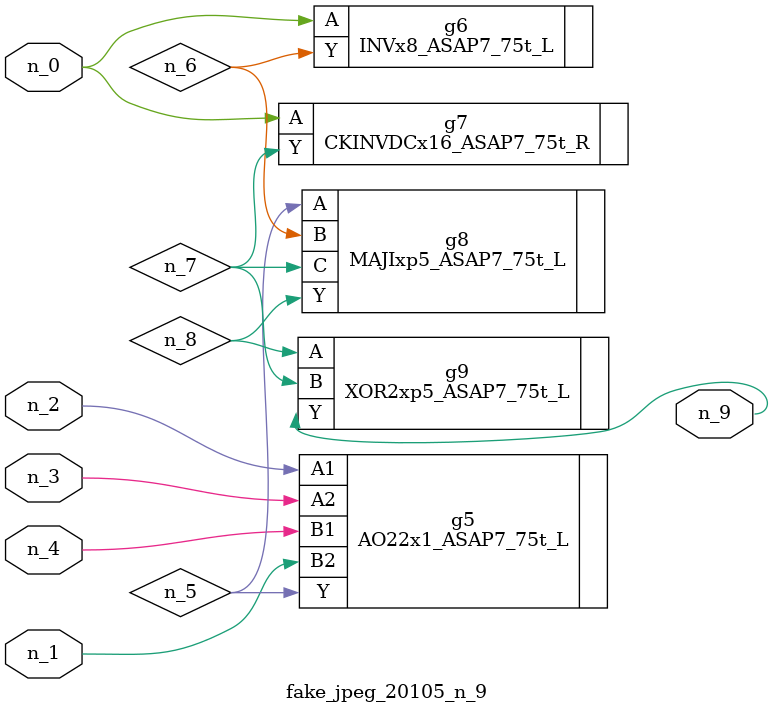
<source format=v>
module fake_jpeg_20105_n_9 (n_3, n_2, n_1, n_0, n_4, n_9);

input n_3;
input n_2;
input n_1;
input n_0;
input n_4;

output n_9;

wire n_8;
wire n_6;
wire n_5;
wire n_7;

AO22x1_ASAP7_75t_L g5 ( 
.A1(n_2),
.A2(n_3),
.B1(n_4),
.B2(n_1),
.Y(n_5)
);

INVx8_ASAP7_75t_L g6 ( 
.A(n_0),
.Y(n_6)
);

CKINVDCx16_ASAP7_75t_R g7 ( 
.A(n_0),
.Y(n_7)
);

MAJIxp5_ASAP7_75t_L g8 ( 
.A(n_5),
.B(n_6),
.C(n_7),
.Y(n_8)
);

XOR2xp5_ASAP7_75t_L g9 ( 
.A(n_8),
.B(n_7),
.Y(n_9)
);


endmodule
</source>
